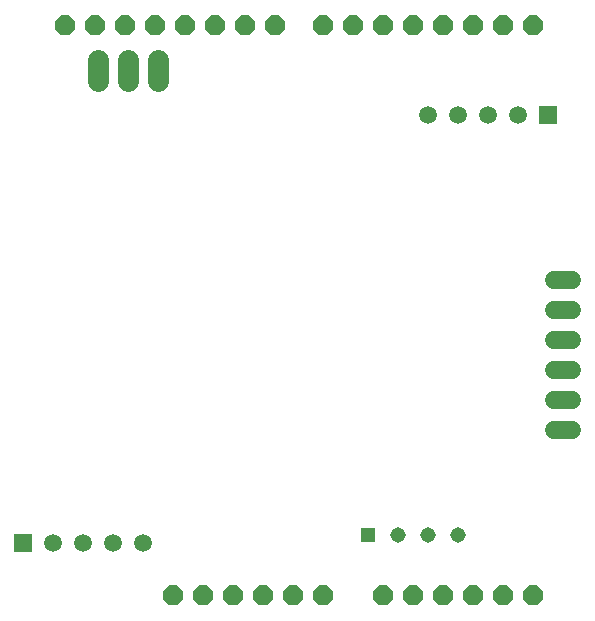
<source format=gbr>
G04 EAGLE Gerber X2 export*
%TF.Part,Single*%
%TF.FileFunction,Copper,L1,Top,Mixed*%
%TF.FilePolarity,Positive*%
%TF.GenerationSoftware,Autodesk,EAGLE,9.0.1*%
%TF.CreationDate,2019-03-28T19:28:24Z*%
G75*
%MOMM*%
%FSLAX34Y34*%
%LPD*%
%AMOC8*
5,1,8,0,0,1.08239X$1,22.5*%
G01*
%ADD10P,1.814519X8X22.500000*%
%ADD11R,1.308000X1.308000*%
%ADD12C,1.308000*%
%ADD13R,1.508000X1.508000*%
%ADD14C,1.508000*%
%ADD15C,1.524000*%
%ADD16C,1.800000*%


D10*
X533400Y774700D03*
X508000Y292100D03*
X558800Y774700D03*
X584200Y774700D03*
X609600Y774700D03*
X635000Y774700D03*
X508000Y774700D03*
X482600Y774700D03*
X457200Y774700D03*
X416560Y774700D03*
X391160Y774700D03*
X365760Y774700D03*
X340360Y774700D03*
X314960Y774700D03*
X289560Y774700D03*
X264160Y774700D03*
X238760Y774700D03*
X533400Y292100D03*
X558800Y292100D03*
X584200Y292100D03*
X609600Y292100D03*
X635000Y292100D03*
X457200Y292100D03*
X431800Y292100D03*
X406400Y292100D03*
X381000Y292100D03*
X355600Y292100D03*
X330200Y292100D03*
D11*
X495300Y342900D03*
D12*
X520700Y342900D03*
X546100Y342900D03*
X571500Y342900D03*
D13*
X647700Y698500D03*
D14*
X622300Y698500D03*
X596900Y698500D03*
X571500Y698500D03*
X546100Y698500D03*
D13*
X203200Y336550D03*
D14*
X228600Y336550D03*
X254000Y336550D03*
X279400Y336550D03*
X304800Y336550D03*
D15*
X652780Y431800D02*
X668020Y431800D01*
X668020Y457200D02*
X652780Y457200D01*
X652780Y482600D02*
X668020Y482600D01*
X668020Y508000D02*
X652780Y508000D01*
X652780Y533400D02*
X668020Y533400D01*
X668020Y558800D02*
X652780Y558800D01*
D16*
X266700Y727600D02*
X266700Y745600D01*
X292100Y745600D02*
X292100Y727600D01*
X317500Y727600D02*
X317500Y745600D01*
M02*

</source>
